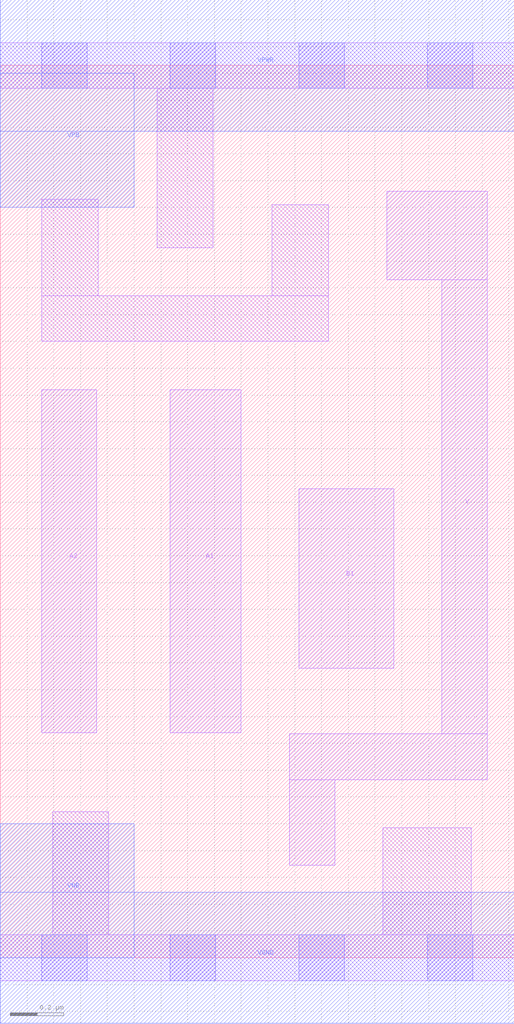
<source format=lef>
# Copyright 2020 The SkyWater PDK Authors
#
# Licensed under the Apache License, Version 2.0 (the "License");
# you may not use this file except in compliance with the License.
# You may obtain a copy of the License at
#
#     https://www.apache.org/licenses/LICENSE-2.0
#
# Unless required by applicable law or agreed to in writing, software
# distributed under the License is distributed on an "AS IS" BASIS,
# WITHOUT WARRANTIES OR CONDITIONS OF ANY KIND, either express or implied.
# See the License for the specific language governing permissions and
# limitations under the License.
#
# SPDX-License-Identifier: Apache-2.0

VERSION 5.5 ;
NAMESCASESENSITIVE ON ;
BUSBITCHARS "[]" ;
DIVIDERCHAR "/" ;
MACRO sky130_fd_sc_lp__a21oi_m
  CLASS CORE ;
  SOURCE USER ;
  ORIGIN  0.000000  0.000000 ;
  SIZE  1.920000 BY  3.330000 ;
  SYMMETRY X Y R90 ;
  SITE unit ;
  PIN A1
    ANTENNAGATEAREA  0.126000 ;
    DIRECTION INPUT ;
    USE SIGNAL ;
    PORT
      LAYER li1 ;
        RECT 0.635000 0.840000 0.900000 2.120000 ;
    END
  END A1
  PIN A2
    ANTENNAGATEAREA  0.126000 ;
    DIRECTION INPUT ;
    USE SIGNAL ;
    PORT
      LAYER li1 ;
        RECT 0.155000 0.840000 0.360000 2.120000 ;
    END
  END A2
  PIN B1
    ANTENNAGATEAREA  0.126000 ;
    DIRECTION INPUT ;
    USE SIGNAL ;
    PORT
      LAYER li1 ;
        RECT 1.115000 1.080000 1.470000 1.750000 ;
    END
  END B1
  PIN Y
    ANTENNADIFFAREA  0.260400 ;
    DIRECTION OUTPUT ;
    USE SIGNAL ;
    PORT
      LAYER li1 ;
        RECT 1.080000 0.345000 1.250000 0.665000 ;
        RECT 1.080000 0.665000 1.820000 0.835000 ;
        RECT 1.445000 2.530000 1.820000 2.860000 ;
        RECT 1.650000 0.835000 1.820000 2.530000 ;
    END
  END Y
  PIN VGND
    DIRECTION INOUT ;
    USE GROUND ;
    PORT
      LAYER met1 ;
        RECT 0.000000 -0.245000 1.920000 0.245000 ;
    END
  END VGND
  PIN VNB
    DIRECTION INOUT ;
    USE GROUND ;
    PORT
      LAYER met1 ;
        RECT 0.000000 0.000000 0.500000 0.500000 ;
    END
  END VNB
  PIN VPB
    DIRECTION INOUT ;
    USE POWER ;
    PORT
      LAYER met1 ;
        RECT 0.000000 2.800000 0.500000 3.300000 ;
    END
  END VPB
  PIN VPWR
    DIRECTION INOUT ;
    USE POWER ;
    PORT
      LAYER met1 ;
        RECT 0.000000 3.085000 1.920000 3.575000 ;
    END
  END VPWR
  OBS
    LAYER li1 ;
      RECT 0.000000 -0.085000 1.920000 0.085000 ;
      RECT 0.000000  3.245000 1.920000 3.415000 ;
      RECT 0.155000  2.300000 1.225000 2.470000 ;
      RECT 0.155000  2.470000 0.365000 2.830000 ;
      RECT 0.195000  0.085000 0.405000 0.545000 ;
      RECT 0.585000  2.650000 0.795000 3.245000 ;
      RECT 1.015000  2.470000 1.225000 2.810000 ;
      RECT 1.430000  0.085000 1.760000 0.485000 ;
    LAYER mcon ;
      RECT 0.155000 -0.085000 0.325000 0.085000 ;
      RECT 0.155000  3.245000 0.325000 3.415000 ;
      RECT 0.635000 -0.085000 0.805000 0.085000 ;
      RECT 0.635000  3.245000 0.805000 3.415000 ;
      RECT 1.115000 -0.085000 1.285000 0.085000 ;
      RECT 1.115000  3.245000 1.285000 3.415000 ;
      RECT 1.595000 -0.085000 1.765000 0.085000 ;
      RECT 1.595000  3.245000 1.765000 3.415000 ;
  END
END sky130_fd_sc_lp__a21oi_m

</source>
